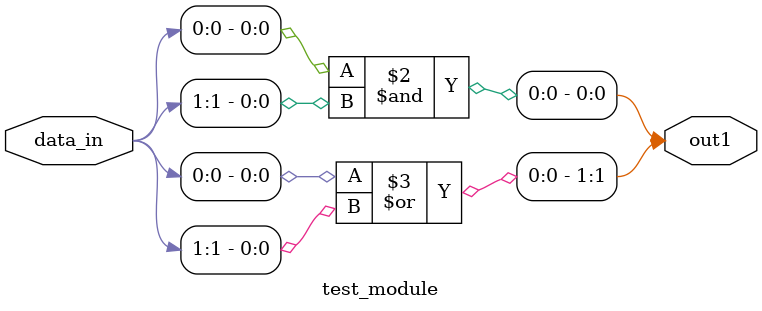
<source format=sv>
module test_module (
	input logic [1:0] data_in,
	output logic [1:0] out1
);

	logic direct_wire;

	assign direct_wire = data_in[0] ^ data_in[1];
	assign out1 = {data_in[0] | data_in[1], data_in[0] & data_in[1]};

endmodule



</source>
